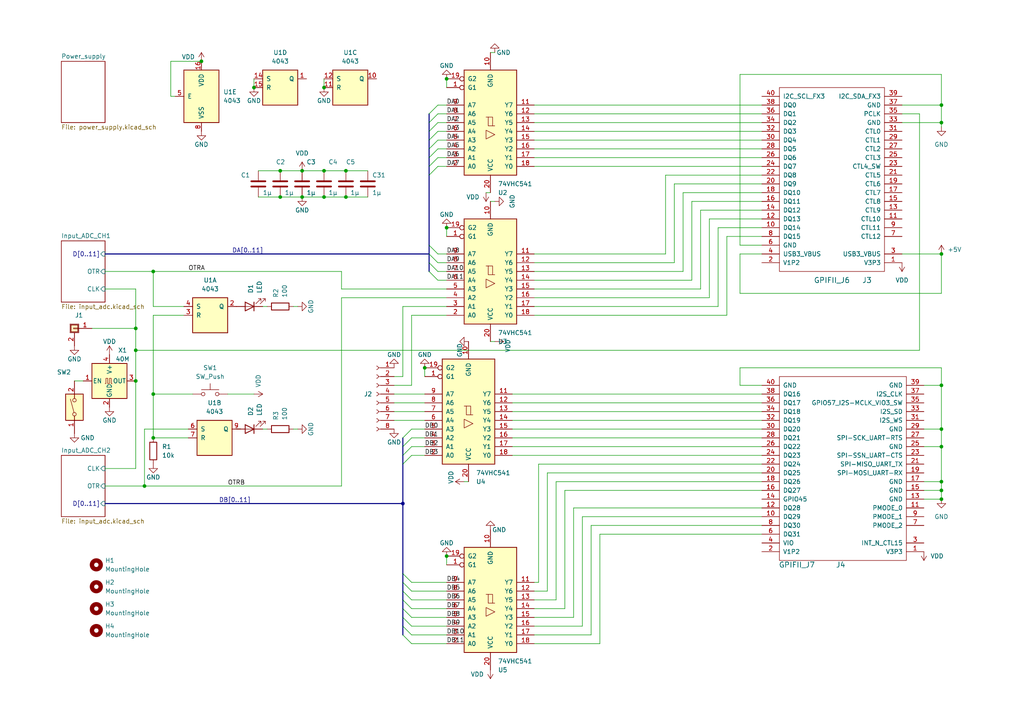
<source format=kicad_sch>
(kicad_sch (version 20230121) (generator eeschema)
  (paper "A4")
  (title_block (title "MISRC") (date "2024-01-13") (rev "0.0.6") (comment 1 "Digital Interface"))
  (lib_symbols
    (symbol "4043:4043" (pin_names (offset 1.016))
      (property "Reference" "U" (at -7.62 8.89 0))
      (property "Value" "4043" (at -7.62 -8.89 0))
      (symbol "4043_1_1"
        (rectangle (start -5.08 5.08) (end 5.08 -5.08) (stroke (width 0.254)) (fill (type background)))
        (pin output line (at 7.62 2.54 180) (length 2.54) (name "Q") (number "2"))
        (pin input line (at -7.62 0 0) (length 2.54) (name "R") (number "3"))
        (pin input line (at -7.62 2.54 0) (length 2.54) (name "S") (number "4"))
      )
      (symbol "4043_2_1"
        (rectangle (start -5.08 5.08) (end 5.08 -5.08) (stroke (width 0.254)) (fill (type background)))
        (pin input line (at -7.62 2.54 0) (length 2.54) (name "S") (number "6"))
        (pin input line (at -7.62 0 0) (length 2.54) (name "R") (number "7"))
        (pin output line (at 7.62 2.54 180) (length 2.54) (name "Q") (number "9"))
      )
      (symbol "4043_3_1"
        (rectangle (start -5.08 5.08) (end 5.08 -5.08) (stroke (width 0.254)) (fill (type background)))
        (pin output line (at 7.62 2.54 180) (length 2.54) (name "Q") (number "10"))
        (pin input line (at -7.62 0 0) (length 2.54) (name "R") (number "11"))
        (pin input line (at -7.62 2.54 0) (length 2.54) (name "S") (number "12"))
      )
      (symbol "4043_4_1"
        (rectangle (start -5.08 5.08) (end 5.08 -5.08) (stroke (width 0.254)) (fill (type background)))
        (pin output line (at 7.62 2.54 180) (length 2.54) (name "Q") (number "1"))
        (pin input line (at -7.62 2.54 0) (length 2.54) (name "S") (number "14"))
        (pin input line (at -7.62 0 0) (length 2.54) (name "R") (number "15"))
      )
      (symbol "4043_5_0"
        (pin power_in line (at 0 10.16 270) (length 2.54) (name "VDD") (number "16"))
        (pin input line (at -7.62 0 0) (length 2.54) (name "E") (number "5"))
        (pin power_in line (at 0 -10.16 90) (length 2.54) (name "VSS") (number "8"))
      )
      (symbol "4043_5_1"
        (rectangle (start -5.08 7.62) (end 5.08 -7.62) (stroke (width 0.254)) (fill (type background)))
      )
    )
    (symbol "74xx:74LS541" (pin_names (offset 1.016))
      (property "Reference" "U" (at -7.62 16.51 0))
      (property "Value" "74LS541" (at -7.62 -16.51 0))
      (symbol "74LS541_1_0"
        (polyline (pts (xy -0.635 -1.6002) (xy -0.635 0.9398) (xy 0.635 0.9398)))
        (polyline (pts (xy -1.27 -1.6002) (xy 0.635 -1.6002) (xy 0.635 0.9398) (xy 1.27 0.9398)))
        (polyline (pts (xy 1.27 3.4798) (xy -1.27 4.7498) (xy -1.27 2.2098) (xy 1.27 3.4798)) (stroke (width 0.1524)))
        (pin input inverted (at -12.7 -10.16 0) (length 5.08) (name "G1") (number "1"))
        (pin power_in line (at 0 -20.32 90) (length 5.08) (name "GND") (number "10"))
        (pin tri_state line (at 12.7 -5.08 180) (length 5.08) (name "Y7") (number "11"))
        (pin tri_state line (at 12.7 -2.54 180) (length 5.08) (name "Y6") (number "12"))
        (pin tri_state line (at 12.7 0 180) (length 5.08) (name "Y5") (number "13"))
        (pin tri_state line (at 12.7 2.54 180) (length 5.08) (name "Y4") (number "14"))
        (pin tri_state line (at 12.7 5.08 180) (length 5.08) (name "Y3") (number "15"))
        (pin tri_state line (at 12.7 7.62 180) (length 5.08) (name "Y2") (number "16"))
        (pin tri_state line (at 12.7 10.16 180) (length 5.08) (name "Y1") (number "17"))
        (pin tri_state line (at 12.7 12.7 180) (length 5.08) (name "Y0") (number "18"))
        (pin input inverted (at -12.7 -12.7 0) (length 5.08) (name "G2") (number "19"))
        (pin input line (at -12.7 12.7 0) (length 5.08) (name "A0") (number "2"))
        (pin power_in line (at 0 20.32 270) (length 5.08) (name "VCC") (number "20"))
        (pin input line (at -12.7 10.16 0) (length 5.08) (name "A1") (number "3"))
        (pin input line (at -12.7 7.62 0) (length 5.08) (name "A2") (number "4"))
        (pin input line (at -12.7 5.08 0) (length 5.08) (name "A3") (number "5"))
        (pin input line (at -12.7 2.54 0) (length 5.08) (name "A4") (number "6"))
        (pin input line (at -12.7 0 0) (length 5.08) (name "A5") (number "7"))
        (pin input line (at -12.7 -2.54 0) (length 5.08) (name "A6") (number "8"))
        (pin input line (at -12.7 -5.08 0) (length 5.08) (name "A7") (number "9"))
      )
      (symbol "74LS541_1_1"
        (rectangle (start -7.62 15.24) (end 7.62 -15.24) (stroke (width 0.254)) (fill (type background)))
      )
    )
    (symbol "Connector:Conn_01x08_Socket" (pin_names (offset 1.016) hide)
      (property "Reference" "J" (at 0 10.16 0))
      (property "Value" "Conn_01x08_Socket" (at 0 -12.7 0))
      (symbol "Conn_01x08_Socket_1_1"
        (arc (start 0 -9.652) (mid -0.5058 -10.16) (end 0 -10.668) (stroke (width 0.1524)))
        (arc (start 0 -7.112) (mid -0.5058 -7.62) (end 0 -8.128) (stroke (width 0.1524)))
        (arc (start 0 -4.572) (mid -0.5058 -5.08) (end 0 -5.588) (stroke (width 0.1524)))
        (arc (start 0 -2.032) (mid -0.5058 -2.54) (end 0 -3.048) (stroke (width 0.1524)))
        (polyline (pts (xy -1.27 -10.16) (xy -0.508 -10.16)) (stroke (width 0.1524)))
        (polyline (pts (xy -1.27 -7.62) (xy -0.508 -7.62)) (stroke (width 0.1524)))
        (polyline (pts (xy -1.27 -5.08) (xy -0.508 -5.08)) (stroke (width 0.1524)))
        (polyline (pts (xy -1.27 -2.54) (xy -0.508 -2.54)) (stroke (width 0.1524)))
        (polyline (pts (xy -1.27 0) (xy -0.508 0)) (stroke (width 0.1524)))
        (polyline (pts (xy -1.27 2.54) (xy -0.508 2.54)) (stroke (width 0.1524)))
        (polyline (pts (xy -1.27 5.08) (xy -0.508 5.08)) (stroke (width 0.1524)))
        (polyline (pts (xy -1.27 7.62) (xy -0.508 7.62)) (stroke (width 0.1524)))
        (arc (start 0 0.508) (mid -0.5058 0) (end 0 -0.508) (stroke (width 0.1524)))
        (arc (start 0 3.048) (mid -0.5058 2.54) (end 0 2.032) (stroke (width 0.1524)))
        (arc (start 0 5.588) (mid -0.5058 5.08) (end 0 4.572) (stroke (width 0.1524)))
        (arc (start 0 8.128) (mid -0.5058 7.62) (end 0 7.112) (stroke (width 0.1524)))
        (pin passive line (at -5.08 7.62 0) (length 3.81) (name "Pin_1") (number "1"))
        (pin passive line (at -5.08 5.08 0) (length 3.81) (name "Pin_2") (number "2"))
        (pin passive line (at -5.08 2.54 0) (length 3.81) (name "Pin_3") (number "3"))
        (pin passive line (at -5.08 0 0) (length 3.81) (name "Pin_4") (number "4"))
        (pin passive line (at -5.08 -2.54 0) (length 3.81) (name "Pin_5") (number "5"))
        (pin passive line (at -5.08 -5.08 0) (length 3.81) (name "Pin_6") (number "6"))
        (pin passive line (at -5.08 -7.62 0) (length 3.81) (name "Pin_7") (number "7"))
        (pin passive line (at -5.08 -10.16 0) (length 3.81) (name "Pin_8") (number "8"))
      )
    )
    (symbol "Connector_Generic_Shielded:Conn_01x01_Shielded" (pin_names (offset 1.016) hide)
      (property "Reference" "J1" (at -2.54 3.81 0))
      (symbol "Conn_01x01_Shielded_1_1"
        (rectangle (start -1.27 1.27) (end 1.27 -1.27) (stroke (width 0.1524)))
        (rectangle (start -1.016 0.127) (end 0.254 -0.127) (stroke (width 0.1524)))
        (rectangle (start -1.016 1.016) (end 1.016 -1.016) (stroke (width 0.254)) (fill (type background)))
        (pin passive line (at -5.08 0 0) (length 4.064) (name "Pin_1") (number "1"))
        (pin passive line (at 0 -5.08 90) (length 3.81) (name "Shield") (number "2"))
      )
    )
    (symbol "Device:C" (pin_numbers hide) (pin_names (offset 0.254))
      (property "Reference" "C" (at 0.635 2.54 0))
      (property "Value" "C" (at 0.635 -2.54 0))
      (symbol "C_0_1"
        (polyline (pts (xy -2.032 -0.762) (xy 2.032 -0.762)) (stroke (width 0.508)))
        (polyline (pts (xy -2.032 0.762) (xy 2.032 0.762)) (stroke (width 0.508)))
      )
      (symbol "C_1_1"
        (pin passive line (at 0 3.81 270) (length 2.794) (name "~") (number "1"))
        (pin passive line (at 0 -3.81 90) (length 2.794) (name "~") (number "2"))
      )
    )
    (symbol "Device:LED" (pin_numbers hide) (pin_names (offset 1.016) hide)
      (property "Reference" "D" (at 0 2.54 0))
      (property "Value" "LED" (at 0 -2.54 0))
      (symbol "LED_0_1"
        (polyline (pts (xy -1.27 -1.27) (xy -1.27 1.27)) (stroke (width 0.254)))
        (polyline (pts (xy -1.27 0) (xy 1.27 0)))
        (polyline (pts (xy 1.27 -1.27) (xy 1.27 1.27) (xy -1.27 0) (xy 1.27 -1.27)) (stroke (width 0.254)))
        (polyline (pts (xy -3.048 -0.762) (xy -4.572 -2.286) (xy -3.81 -2.286) (xy -4.572 -2.286) (xy -4.572 -1.524)))
        (polyline (pts (xy -1.778 -0.762) (xy -3.302 -2.286) (xy -2.54 -2.286) (xy -3.302 -2.286) (xy -3.302 -1.524)))
      )
      (symbol "LED_1_1"
        (pin passive line (at -3.81 0 0) (length 2.54) (name "K") (number "1"))
        (pin passive line (at 3.81 0 180) (length 2.54) (name "A") (number "2"))
      )
    )
    (symbol "Device:R" (pin_numbers hide) (pin_names (offset 0))
      (property "Reference" "R" (at 2.032 0 90))
      (property "Value" "R" (at 0 0 90))
      (symbol "R_0_1"
        (rectangle (start -1.016 -2.54) (end 1.016 2.54) (stroke (width 0.254)))
      )
      (symbol "R_1_1"
        (pin passive line (at 0 3.81 270) (length 1.27) (name "~") (number "1"))
        (pin passive line (at 0 -3.81 90) (length 1.27) (name "~") (number "2"))
      )
    )
    (symbol "Mechanical:MountingHole" (pin_names (offset 1.016))
      (property "Reference" "H" (at 0 5.08 0))
      (property "Value" "MountingHole" (at 0 3.175 0))
      (symbol "MountingHole_0_1"
        (circle (center 0 0) (radius 1.27) (stroke (width 1.27)))
      )
    )
    (symbol "Oscillator:XO53" (pin_names (offset 0.254))
      (property "Reference" "X" (at -5.08 6.35 0))
      (property "Value" "XO53" (at 1.27 -6.35 0))
      (symbol "XO53_0_1"
        (rectangle (start -5.08 5.08) (end 5.08 -5.08) (stroke (width 0.254)) (fill (type background)))
        (polyline (pts (xy 0.762 -0.762) (xy 0.508 -0.762) (xy 0.508 0.762) (xy 0 0.762) (xy 0 -0.762) (xy -0.508 -0.762) (xy -0.508 0.762) (xy -1.016 0.762) (xy -1.016 -0.762) (xy -1.27 -0.762)))
      )
      (symbol "XO53_1_1"
        (pin input line (at -7.62 0 0) (length 2.54) (name "EN") (number "1"))
        (pin power_in line (at 0 -7.62 90) (length 2.54) (name "GND") (number "2"))
        (pin output line (at 7.62 0 180) (length 2.54) (name "OUT") (number "3"))
        (pin power_in line (at 0 7.62 270) (length 2.54) (name "V+") (number "4"))
      )
    )
    (symbol "Switch:SW_DIP_x01" (pin_names (offset 0) hide)
      (property "Reference" "SW" (at 0 3.81 0))
      (property "Value" "SW_DIP_x01" (at 0 -3.81 0))
      (symbol "SW_DIP_x01_0_0"
        (circle (center -2.032 0) (radius 0.508))
        (polyline (pts (xy -1.524 0.127) (xy 2.3622 1.1684)))
        (circle (center 2.032 0) (radius 0.508))
      )
      (symbol "SW_DIP_x01_0_1"
        (rectangle (start -3.81 2.54) (end 3.81 -2.54) (stroke (width 0.254)) (fill (type background)))
      )
      (symbol "SW_DIP_x01_1_1"
        (pin passive line (at -7.62 0 0) (length 5.08) (name "~") (number "1"))
        (pin passive line (at 7.62 0 180) (length 5.08) (name "~") (number "2"))
      )
    )
    (symbol "Switch:SW_Push" (pin_numbers hide) (pin_names (offset 1.016) hide)
      (property "Reference" "SW" (at 1.27 2.54 0))
      (property "Value" "SW_Push" (at 0 -1.524 0))
      (symbol "SW_Push_0_1"
        (circle (center -2.032 0) (radius 0.508))
        (polyline (pts (xy 0 1.27) (xy 0 3.048)))
        (polyline (pts (xy 2.54 1.27) (xy -2.54 1.27)))
        (circle (center 2.032 0) (radius 0.508))
        (pin passive line (at -5.08 0 0) (length 2.54) (name "1") (number "1"))
        (pin passive line (at 5.08 0 180) (length 2.54) (name "2") (number "2"))
      )
    )
    (symbol "gpifii_j6:GPIFII_J6" (pin_names (offset 1.016))
      (property "Reference" "J3" (at -10.16 27.94 0))
      (property "Value" "GPIFII_J6" (at 0 27.94 0))
      (symbol "GPIFII_J6_0_1"
        (rectangle (start -15.24 25.4) (end 15.24 -27.94))
      )
      (symbol "GPIFII_J6_1_1"
        (pin power_in line (at -20.32 22.86 0) (length 5.08) (name "V3P3") (number "1"))
        (pin bidirectional line (at 20.32 12.7 180) (length 5.08) (name "DQ14") (number "10"))
        (pin bidirectional line (at -20.32 10.16 0) (length 5.08) (name "CTL10") (number "11"))
        (pin bidirectional line (at 20.32 10.16 180) (length 5.08) (name "DQ13") (number "12"))
        (pin bidirectional line (at -20.32 7.62 0) (length 5.08) (name "CTL9") (number "13"))
        (pin bidirectional line (at 20.32 7.62 180) (length 5.08) (name "DQ12") (number "14"))
        (pin bidirectional line (at -20.32 5.08 0) (length 5.08) (name "CTL8") (number "15"))
        (pin bidirectional line (at 20.32 5.08 180) (length 5.08) (name "DQ11") (number "16"))
        (pin bidirectional line (at -20.32 2.54 0) (length 5.08) (name "CTL7") (number "17"))
        (pin bidirectional line (at 20.32 2.54 180) (length 5.08) (name "DQ10") (number "18"))
        (pin bidirectional line (at -20.32 0 0) (length 5.08) (name "CTL6") (number "19"))
        (pin power_out line (at 20.32 22.86 180) (length 5.08) (name "V1P2") (number "2"))
        (pin bidirectional line (at 20.32 0 180) (length 5.08) (name "DQ9") (number "20"))
        (pin bidirectional line (at -20.32 -2.54 0) (length 5.08) (name "CTL5") (number "21"))
        (pin bidirectional line (at 20.32 -2.54 180) (length 5.08) (name "DQ8") (number "22"))
        (pin bidirectional line (at -20.32 -5.08 0) (length 5.08) (name "CTL4_SW") (number "23"))
        (pin bidirectional line (at 20.32 -5.08 180) (length 5.08) (name "DQ7") (number "24"))
        (pin bidirectional line (at -20.32 -7.62 0) (length 5.08) (name "CTL3") (number "25"))
        (pin bidirectional line (at 20.32 -7.62 180) (length 5.08) (name "DQ6") (number "26"))
        (pin bidirectional line (at -20.32 -10.16 0) (length 5.08) (name "CTL2") (number "27"))
        (pin bidirectional line (at 20.32 -10.16 180) (length 5.08) (name "DQ5") (number "28"))
        (pin bidirectional line (at -20.32 -12.7 0) (length 5.08) (name "CTL1") (number "29"))
        (pin power_in line (at -20.32 20.32 0) (length 5.08) (name "USB3_VBUS") (number "3"))
        (pin bidirectional line (at 20.32 -12.7 180) (length 5.08) (name "DQ4") (number "30"))
        (pin bidirectional line (at -20.32 -15.24 0) (length 5.08) (name "CTL0") (number "31"))
        (pin bidirectional line (at 20.32 -15.24 180) (length 5.08) (name "DQ3") (number "32"))
        (pin power_in line (at -20.32 -17.78 0) (length 5.08) (name "GND") (number "33"))
        (pin bidirectional line (at 20.32 -17.78 180) (length 5.08) (name "DQ2") (number "34"))
        (pin bidirectional line (at -20.32 -20.32 0) (length 5.08) (name "PCLK") (number "35"))
        (pin bidirectional line (at 20.32 -20.32 180) (length 5.08) (name "DQ1") (number "36"))
        (pin power_in line (at -20.32 -22.86 0) (length 5.08) (name "GND") (number "37"))
        (pin bidirectional line (at 20.32 -22.86 180) (length 5.08) (name "DQ0") (number "38"))
        (pin bidirectional line (at -20.32 -25.4 0) (length 5.08) (name "I2C_SDA_FX3") (number "39"))
        (pin power_in line (at 20.32 20.32 180) (length 5.08) (name "USB3_VBUS") (number "4"))
        (pin bidirectional line (at 20.32 -25.4 180) (length 5.08) (name "I2C_SCL_FX3") (number "40"))
        (pin power_in line (at 20.32 17.78 180) (length 5.08) (name "GND") (number "6"))
        (pin bidirectional line (at -20.32 15.24 0) (length 5.08) (name "CTL12") (number "7"))
        (pin bidirectional line (at 20.32 15.24 180) (length 5.08) (name "DQ15") (number "8"))
        (pin bidirectional line (at -20.32 12.7 0) (length 5.08) (name "CTL11") (number "9"))
      )
    )
    (symbol "gpifii_j7:GPIFII_J7" (pin_names (offset 1.016))
      (property "Reference" "J4" (at 0 26.67 0))
      (property "Value" "GPIFII_J7" (at 12.7 26.67 0))
      (symbol "GPIFII_J7_0_1"
        (rectangle (start -19.05 25.4) (end 17.78 -27.94))
      )
      (symbol "GPIFII_J7_1_1"
        (pin power_in line (at -24.13 22.86 0) (length 5.08) (name "V3P3") (number "1"))
        (pin bidirectional line (at 22.86 12.7 180) (length 5.08) (name "DQ29") (number "10"))
        (pin bidirectional line (at -24.13 10.16 0) (length 5.08) (name "PMODE_0") (number "11"))
        (pin bidirectional line (at 22.86 10.16 180) (length 5.08) (name "DQ28") (number "12"))
        (pin power_in line (at -24.13 7.62 0) (length 5.08) (name "GND") (number "13"))
        (pin bidirectional line (at 22.86 7.62 180) (length 5.08) (name "GPIO45") (number "14"))
        (pin power_in line (at -24.13 5.08 0) (length 5.08) (name "GND") (number "15"))
        (pin bidirectional line (at 22.86 5.08 180) (length 5.08) (name "DQ27") (number "16"))
        (pin power_in line (at -24.13 2.54 0) (length 5.08) (name "GND") (number "17"))
        (pin bidirectional line (at 22.86 2.54 180) (length 5.08) (name "DQ26") (number "18"))
        (pin bidirectional line (at -24.13 0 0) (length 5.08) (name "SPI-MOSI_UART-RX") (number "19"))
        (pin power_in line (at 22.86 22.86 180) (length 5.08) (name "V1P2") (number "2"))
        (pin bidirectional line (at 22.86 0 180) (length 5.08) (name "DQ25") (number "20"))
        (pin bidirectional line (at -24.13 -2.54 0) (length 5.08) (name "SPI-MISO_UART_TX") (number "21"))
        (pin bidirectional line (at 22.86 -2.54 180) (length 5.08) (name "DQ24") (number "22"))
        (pin bidirectional line (at -24.13 -5.08 0) (length 5.08) (name "SPI-SSN_UART-CTS") (number "23"))
        (pin bidirectional line (at 22.86 -5.08 180) (length 5.08) (name "DQ23") (number "24"))
        (pin power_in line (at -24.13 -7.62 0) (length 5.08) (name "GND") (number "25"))
        (pin bidirectional line (at 22.86 -7.62 180) (length 5.08) (name "DQ22") (number "26"))
        (pin bidirectional line (at -24.13 -10.16 0) (length 5.08) (name "SPI-SCK_UART-RTS") (number "27"))
        (pin bidirectional line (at 22.86 -10.16 180) (length 5.08) (name "DQ21") (number "28"))
        (pin power_in line (at -24.13 -12.7 0) (length 5.08) (name "GND") (number "29"))
        (pin bidirectional line (at -24.13 20.32 0) (length 5.08) (name "INT_N_CTL15") (number "3"))
        (pin bidirectional line (at 22.86 -12.7 180) (length 5.08) (name "DQ20") (number "30"))
        (pin bidirectional line (at -24.13 -15.24 0) (length 5.08) (name "I2S_WS") (number "31"))
        (pin bidirectional line (at 22.86 -15.24 180) (length 5.08) (name "DQ19") (number "32"))
        (pin bidirectional line (at -24.13 -17.78 0) (length 5.08) (name "I2S_SD") (number "33"))
        (pin bidirectional line (at 22.86 -17.78 180) (length 5.08) (name "DQ18") (number "34"))
        (pin bidirectional line (at -24.13 -20.32 0) (length 5.08) (name "GPIO57_I2S-MCLK_VIO3_SW") (number "35"))
        (pin bidirectional line (at 22.86 -20.32 180) (length 5.08) (name "DQ17") (number "36"))
        (pin bidirectional line (at -24.13 -22.86 0) (length 5.08) (name "I2S_CLK") (number "37"))
        (pin bidirectional line (at 22.86 -22.86 180) (length 5.08) (name "DQ16") (number "38"))
        (pin power_in line (at -24.13 -25.4 0) (length 5.08) (name "GND") (number "39"))
        (pin power_out line (at 22.86 20.32 180) (length 5.08) (name "VIO") (number "4"))
        (pin power_in line (at 22.86 -25.4 180) (length 5.08) (name "GND") (number "40"))
        (pin bidirectional line (at 22.86 17.78 180) (length 5.08) (name "DQ31") (number "6"))
        (pin bidirectional line (at -24.13 15.24 0) (length 5.08) (name "PMODE_2") (number "7"))
        (pin bidirectional line (at 22.86 15.24 180) (length 5.08) (name "DQ30") (number "8"))
        (pin bidirectional line (at -24.13 12.7 0) (length 5.08) (name "PMODE_1") (number "9"))
      )
    )
    (symbol "power:+5V" (power) (pin_names (offset 0))
      (property "Value" "+5V" (at 0 3.556 0))
      (symbol "+5V_0_1"
        (polyline (pts (xy -0.762 1.27) (xy 0 2.54)))
        (polyline (pts (xy 0 0) (xy 0 2.54)))
        (polyline (pts (xy 0 2.54) (xy 0.762 1.27)))
      )
      (symbol "+5V_1_1"
        (pin power_in line (at 0 0 90) (length 0) hide (name "+5V") (number "1"))
      )
    )
    (symbol "power:GND" (power) (pin_names (offset 0))
      (property "Value" "GND" (at 0 -3.81 0))
      (symbol "GND_0_1"
        (polyline (pts (xy 0 0) (xy 0 -1.27) (xy 1.27 -1.27) (xy 0 -2.54) (xy -1.27 -1.27) (xy 0 -1.27)))
      )
      (symbol "GND_1_1"
        (pin power_in line (at 0 0 270) (length 0) hide (name "GND") (number "1"))
      )
    )
    (symbol "power:VDD" (power) (pin_names (offset 0))
      (property "Value" "VDD" (at 0 3.81 0))
      (symbol "VDD_0_1"
        (polyline (pts (xy -0.762 1.27) (xy 0 2.54)))
        (polyline (pts (xy 0 0) (xy 0 2.54)))
        (polyline (pts (xy 0 2.54) (xy 0.762 1.27)))
      )
      (symbol "VDD_1_1"
        (pin power_in line (at 0 0 90) (length 0) hide (name "VDD") (number "1"))
      )
    )
  )
  (junction (at 44.45 78.74))
  (junction (at 273.05 111.76))
  (junction (at 39.37 101.6))
  (junction (at 87.63 57.15))
  (junction (at 81.28 49.53))
  (junction (at 100.33 57.15))
  (junction (at 129.54 161.29))
  (junction (at 93.98 57.15))
  (junction (at 273.05 144.78))
  (junction (at 39.37 110.49))
  (junction (at 73.66 25.4))
  (junction (at 123.19 106.68))
  (junction (at 58.42 17.78))
  (junction (at 100.33 49.53))
  (junction (at 116.84 146.05))
  (junction (at 129.54 22.86))
  (junction (at 273.05 35.56))
  (junction (at 44.45 127))
  (junction (at 39.37 95.25))
  (junction (at 129.54 66.04))
  (junction (at 273.05 129.54))
  (junction (at 93.98 49.53))
  (junction (at 273.05 30.48))
  (junction (at 87.63 49.53))
  (junction (at 93.98 25.4))
  (junction (at 44.45 114.3))
  (junction (at 81.28 57.15))
  (junction (at 273.05 142.24))
  (junction (at 273.05 139.7))
  (junction (at 41.91 140.97))
  (junction (at 273.05 73.66))
  (junction (at 273.05 124.46))
  (bus_entry (at 124.46 43.18) (size 2.54 -2.54))
  (bus_entry (at 116.84 134.62) (size 2.54 -2.54))
  (bus_entry (at 116.84 132.08) (size 2.54 -2.54))
  (bus_entry (at 116.84 171.45) (size 2.54 2.54))
  (bus_entry (at 124.46 50.8) (size 2.54 -2.54))
  (bus_entry (at 116.84 129.54) (size 2.54 -2.54))
  (bus_entry (at 124.46 73.66) (size 2.54 2.54))
  (bus_entry (at 116.84 176.53) (size 2.54 2.54))
  (bus_entry (at 116.84 184.15) (size 2.54 2.54))
  (bus_entry (at 124.46 38.1) (size 2.54 -2.54))
  (bus_entry (at 124.46 78.74) (size 2.54 2.54))
  (bus_entry (at 124.46 35.56) (size 2.54 -2.54))
  (bus_entry (at 124.46 71.12) (size 2.54 2.54))
  (bus_entry (at 116.84 179.07) (size 2.54 2.54))
  (bus_entry (at 124.46 48.26) (size 2.54 -2.54))
  (bus_entry (at 116.84 166.37) (size 2.54 2.54))
  (bus_entry (at 116.84 168.91) (size 2.54 2.54))
  (bus_entry (at 124.46 33.02) (size 2.54 -2.54))
  (bus_entry (at 116.84 173.99) (size 2.54 2.54))
  (bus_entry (at 124.46 45.72) (size 2.54 -2.54))
  (bus_entry (at 116.84 127) (size 2.54 -2.54))
  (bus_entry (at 124.46 40.64) (size 2.54 -2.54))
  (bus_entry (at 116.84 181.61) (size 2.54 2.54))
  (bus_entry (at 124.46 76.2) (size 2.54 2.54))
  (wire (pts (xy 195.58 53.34) (xy 195.58 76.2)))
  (wire (pts (xy 220.98 147.32) (xy 166.37 147.32)))
  (wire (pts (xy 203.2 60.96) (xy 220.98 60.96)))
  (wire (pts (xy 127 73.66) (xy 129.54 73.66)))
  (wire (pts (xy 116.84 88.9) (xy 116.84 109.22)))
  (wire (pts (xy 148.59 119.38) (xy 220.98 119.38)))
  (wire (pts (xy 273.05 111.76) (xy 267.97 111.76)))
  (wire (pts (xy 87.63 57.15) (xy 93.98 57.15)))
  (wire (pts (xy 73.66 22.86) (xy 73.66 25.4)))
  (wire (pts (xy 143.51 58.42) (xy 142.24 58.42)))
  (bus (pts (xy 116.84 173.99) (xy 116.84 176.53)))
  (wire (pts (xy 171.45 152.4) (xy 171.45 184.15)))
  (bus (pts (xy 124.46 38.1) (xy 124.46 40.64)))
  (wire (pts (xy 203.2 60.96) (xy 203.2 83.82)))
  (wire (pts (xy 129.54 163.83) (xy 129.54 161.29)))
  (wire (pts (xy 116.84 109.22) (xy 114.3 109.22)))
  (wire (pts (xy 154.94 176.53) (xy 163.83 176.53)))
  (bus (pts (xy 116.84 179.07) (xy 116.84 181.61)))
  (wire (pts (xy 39.37 95.25) (xy 39.37 101.6)))
  (wire (pts (xy 261.62 30.48) (xy 273.05 30.48)))
  (wire (pts (xy 161.29 139.7) (xy 161.29 173.99)))
  (wire (pts (xy 116.84 88.9) (xy 129.54 88.9)))
  (wire (pts (xy 261.62 33.02) (xy 266.7 33.02)))
  (wire (pts (xy 127 40.64) (xy 129.54 40.64)))
  (wire (pts (xy 154.94 88.9) (xy 208.28 88.9)))
  (wire (pts (xy 114.3 114.3) (xy 123.19 114.3)))
  (wire (pts (xy 114.3 111.76) (xy 119.38 111.76)))
  (wire (pts (xy 273.05 129.54) (xy 273.05 124.46)))
  (wire (pts (xy 154.94 73.66) (xy 193.04 73.66)))
  (wire (pts (xy 30.48 140.97) (xy 41.91 140.97)))
  (bus (pts (xy 124.46 43.18) (xy 124.46 45.72)))
  (wire (pts (xy 119.38 176.53) (xy 129.54 176.53)))
  (wire (pts (xy 54.61 124.46) (xy 41.91 124.46)))
  (wire (pts (xy 154.94 83.82) (xy 203.2 83.82)))
  (wire (pts (xy 119.38 129.54) (xy 123.19 129.54)))
  (bus (pts (xy 116.84 129.54) (xy 116.84 132.08)))
  (wire (pts (xy 114.3 121.92) (xy 123.19 121.92)))
  (wire (pts (xy 140.97 55.88) (xy 142.24 55.88)))
  (wire (pts (xy 85.09 88.9) (xy 86.36 88.9)))
  (wire (pts (xy 76.2 88.9) (xy 77.47 88.9)))
  (wire (pts (xy 39.37 101.6) (xy 39.37 110.49)))
  (wire (pts (xy 100.33 57.15) (xy 106.68 57.15)))
  (wire (pts (xy 66.04 114.3) (xy 73.66 114.3)))
  (wire (pts (xy 129.54 25.4) (xy 129.54 22.86)))
  (wire (pts (xy 87.63 49.53) (xy 93.98 49.53)))
  (wire (pts (xy 154.94 38.1) (xy 220.98 38.1)))
  (wire (pts (xy 41.91 140.97) (xy 99.06 140.97)))
  (wire (pts (xy 154.94 45.72) (xy 220.98 45.72)))
  (wire (pts (xy 127 81.28) (xy 129.54 81.28)))
  (wire (pts (xy 99.06 83.82) (xy 99.06 78.74)))
  (wire (pts (xy 44.45 78.74) (xy 44.45 88.9)))
  (wire (pts (xy 154.94 181.61) (xy 168.91 181.61)))
  (wire (pts (xy 69.85 124.46) (xy 68.58 124.46)))
  (wire (pts (xy 161.29 139.7) (xy 220.98 139.7)))
  (wire (pts (xy 30.48 78.74) (xy 44.45 78.74)))
  (bus (pts (xy 116.84 127) (xy 116.84 129.54)))
  (wire (pts (xy 119.38 171.45) (xy 129.54 171.45)))
  (wire (pts (xy 127 45.72) (xy 129.54 45.72)))
  (wire (pts (xy 273.05 35.56) (xy 273.05 30.48)))
  (wire (pts (xy 154.94 91.44) (xy 210.82 91.44)))
  (wire (pts (xy 154.94 48.26) (xy 220.98 48.26)))
  (bus (pts (xy 116.84 134.62) (xy 116.84 146.05)))
  (wire (pts (xy 74.93 49.53) (xy 81.28 49.53)))
  (wire (pts (xy 214.63 73.66) (xy 220.98 73.66)))
  (wire (pts (xy 173.99 154.94) (xy 173.99 186.69)))
  (wire (pts (xy 49.53 17.78) (xy 58.42 17.78)))
  (wire (pts (xy 273.05 111.76) (xy 273.05 106.68)))
  (wire (pts (xy 214.63 71.12) (xy 220.98 71.12)))
  (wire (pts (xy 30.48 83.82) (xy 39.37 83.82)))
  (wire (pts (xy 158.75 137.16) (xy 158.75 171.45)))
  (wire (pts (xy 119.38 181.61) (xy 129.54 181.61)))
  (bus (pts (xy 124.46 71.12) (xy 124.46 73.66)))
  (wire (pts (xy 163.83 142.24) (xy 220.98 142.24)))
  (wire (pts (xy 214.63 85.09) (xy 214.63 73.66)))
  (wire (pts (xy 200.66 58.42) (xy 200.66 81.28)))
  (bus (pts (xy 116.84 168.91) (xy 116.84 171.45)))
  (wire (pts (xy 142.24 99.06) (xy 143.51 99.06)))
  (wire (pts (xy 210.82 68.58) (xy 220.98 68.58)))
  (wire (pts (xy 210.82 68.58) (xy 210.82 91.44)))
  (wire (pts (xy 195.58 53.34) (xy 220.98 53.34)))
  (wire (pts (xy 81.28 49.53) (xy 87.63 49.53)))
  (wire (pts (xy 156.21 168.91) (xy 154.94 168.91)))
  (wire (pts (xy 214.63 111.76) (xy 220.98 111.76)))
  (wire (pts (xy 148.59 116.84) (xy 220.98 116.84)))
  (wire (pts (xy 119.38 186.69) (xy 129.54 186.69)))
  (wire (pts (xy 99.06 140.97) (xy 99.06 86.36)))
  (wire (pts (xy 267.97 144.78) (xy 273.05 144.78)))
  (wire (pts (xy 154.94 30.48) (xy 220.98 30.48)))
  (wire (pts (xy 154.94 43.18) (xy 220.98 43.18)))
  (bus (pts (xy 116.84 132.08) (xy 116.84 134.62)))
  (wire (pts (xy 26.67 95.25) (xy 39.37 95.25)))
  (wire (pts (xy 148.59 129.54) (xy 220.98 129.54)))
  (wire (pts (xy 261.62 35.56) (xy 273.05 35.56)))
  (wire (pts (xy 200.66 58.42) (xy 220.98 58.42)))
  (wire (pts (xy 93.98 57.15) (xy 100.33 57.15)))
  (wire (pts (xy 154.94 35.56) (xy 220.98 35.56)))
  (wire (pts (xy 93.98 49.53) (xy 100.33 49.53)))
  (wire (pts (xy 220.98 152.4) (xy 171.45 152.4)))
  (wire (pts (xy 119.38 173.99) (xy 129.54 173.99)))
  (wire (pts (xy 148.59 127) (xy 220.98 127)))
  (wire (pts (xy 44.45 91.44) (xy 53.34 91.44)))
  (wire (pts (xy 44.45 114.3) (xy 55.88 114.3)))
  (wire (pts (xy 154.94 33.02) (xy 220.98 33.02)))
  (wire (pts (xy 76.2 124.46) (xy 77.47 124.46)))
  (wire (pts (xy 119.38 132.08) (xy 123.19 132.08)))
  (wire (pts (xy 193.04 50.8) (xy 220.98 50.8)))
  (wire (pts (xy 154.94 173.99) (xy 161.29 173.99)))
  (wire (pts (xy 273.05 139.7) (xy 267.97 139.7)))
  (wire (pts (xy 148.59 124.46) (xy 220.98 124.46)))
  (bus (pts (xy 116.84 171.45) (xy 116.84 173.99)))
  (bus (pts (xy 124.46 50.8) (xy 124.46 71.12)))
  (bus (pts (xy 116.84 181.61) (xy 116.84 184.15)))
  (bus (pts (xy 30.48 73.66) (xy 124.46 73.66)))
  (wire (pts (xy 266.7 33.02) (xy 266.7 101.6)))
  (wire (pts (xy 127 78.74) (xy 129.54 78.74)))
  (wire (pts (xy 154.94 78.74) (xy 198.12 78.74)))
  (wire (pts (xy 154.94 76.2) (xy 195.58 76.2)))
  (wire (pts (xy 163.83 142.24) (xy 163.83 176.53)))
  (wire (pts (xy 100.33 49.53) (xy 106.68 49.53)))
  (wire (pts (xy 193.04 50.8) (xy 193.04 73.66)))
  (wire (pts (xy 99.06 86.36) (xy 129.54 86.36)))
  (wire (pts (xy 143.51 15.24) (xy 142.24 15.24)))
  (bus (pts (xy 124.46 40.64) (xy 124.46 43.18)))
  (wire (pts (xy 273.05 21.59) (xy 273.05 30.48)))
  (bus (pts (xy 116.84 166.37) (xy 116.84 168.91)))
  (wire (pts (xy 205.74 63.5) (xy 220.98 63.5)))
  (wire (pts (xy 127 76.2) (xy 129.54 76.2)))
  (bus (pts (xy 116.84 176.53) (xy 116.84 179.07)))
  (wire (pts (xy 39.37 83.82) (xy 39.37 95.25)))
  (wire (pts (xy 154.94 184.15) (xy 171.45 184.15)))
  (wire (pts (xy 220.98 149.86) (xy 168.91 149.86)))
  (wire (pts (xy 198.12 55.88) (xy 198.12 78.74)))
  (wire (pts (xy 208.28 66.04) (xy 208.28 88.9)))
  (wire (pts (xy 148.59 114.3) (xy 220.98 114.3)))
  (wire (pts (xy 81.28 57.15) (xy 87.63 57.15)))
  (bus (pts (xy 30.48 146.05) (xy 116.84 146.05)))
  (wire (pts (xy 148.59 121.92) (xy 220.98 121.92)))
  (wire (pts (xy 205.74 63.5) (xy 205.74 86.36)))
  (wire (pts (xy 220.98 66.04) (xy 208.28 66.04)))
  (wire (pts (xy 156.21 134.62) (xy 220.98 134.62)))
  (wire (pts (xy 214.63 21.59) (xy 273.05 21.59)))
  (wire (pts (xy 114.3 119.38) (xy 123.19 119.38)))
  (wire (pts (xy 166.37 147.32) (xy 166.37 179.07)))
  (wire (pts (xy 273.05 73.66) (xy 273.05 85.09)))
  (wire (pts (xy 127 35.56) (xy 129.54 35.56)))
  (wire (pts (xy 273.05 142.24) (xy 267.97 142.24)))
  (wire (pts (xy 127 30.48) (xy 129.54 30.48)))
  (bus (pts (xy 124.46 35.56) (xy 124.46 38.1)))
  (wire (pts (xy 119.38 91.44) (xy 129.54 91.44)))
  (wire (pts (xy 273.05 124.46) (xy 273.05 111.76)))
  (wire (pts (xy 93.98 22.86) (xy 93.98 25.4)))
  (wire (pts (xy 273.05 144.78) (xy 273.05 142.24)))
  (wire (pts (xy 154.94 186.69) (xy 173.99 186.69)))
  (wire (pts (xy 119.38 111.76) (xy 119.38 91.44)))
  (wire (pts (xy 74.93 57.15) (xy 81.28 57.15)))
  (wire (pts (xy 198.12 55.88) (xy 220.98 55.88)))
  (wire (pts (xy 154.94 81.28) (xy 200.66 81.28)))
  (wire (pts (xy 148.59 132.08) (xy 220.98 132.08)))
  (wire (pts (xy 154.94 40.64) (xy 220.98 40.64)))
  (wire (pts (xy 168.91 149.86) (xy 168.91 181.61)))
  (wire (pts (xy 39.37 135.89) (xy 30.48 135.89)))
  (bus (pts (xy 116.84 146.05) (xy 116.84 166.37)))
  (wire (pts (xy 21.59 110.49) (xy 24.13 110.49)))
  (wire (pts (xy 50.8 27.94) (xy 49.53 27.94)))
  (wire (pts (xy 41.91 124.46) (xy 41.91 140.97)))
  (wire (pts (xy 44.45 114.3) (xy 44.45 91.44)))
  (wire (pts (xy 49.53 27.94) (xy 49.53 17.78)))
  (wire (pts (xy 119.38 179.07) (xy 129.54 179.07)))
  (wire (pts (xy 214.63 85.09) (xy 273.05 85.09)))
  (wire (pts (xy 44.45 127) (xy 44.45 114.3)))
  (wire (pts (xy 39.37 110.49) (xy 39.37 135.89)))
  (wire (pts (xy 154.94 86.36) (xy 205.74 86.36)))
  (wire (pts (xy 273.05 36.83) (xy 273.05 35.56)))
  (wire (pts (xy 119.38 124.46) (xy 123.19 124.46)))
  (wire (pts (xy 273.05 142.24) (xy 273.05 139.7)))
  (bus (pts (xy 124.46 48.26) (xy 124.46 50.8)))
  (wire (pts (xy 127 33.02) (xy 129.54 33.02)))
  (wire (pts (xy 85.09 124.46) (xy 86.36 124.46)))
  (wire (pts (xy 261.62 73.66) (xy 273.05 73.66)))
  (wire (pts (xy 214.63 106.68) (xy 273.05 106.68)))
  (wire (pts (xy 134.62 139.7) (xy 135.89 139.7)))
  (wire (pts (xy 158.75 137.16) (xy 220.98 137.16)))
  (wire (pts (xy 119.38 127) (xy 123.19 127)))
  (wire (pts (xy 129.54 83.82) (xy 99.06 83.82)))
  (wire (pts (xy 129.54 68.58) (xy 129.54 66.04)))
  (wire (pts (xy 154.94 171.45) (xy 158.75 171.45)))
  (wire (pts (xy 173.99 154.94) (xy 220.98 154.94)))
  (wire (pts (xy 123.19 109.22) (xy 123.19 106.68)))
  (wire (pts (xy 44.45 88.9) (xy 53.34 88.9)))
  (wire (pts (xy 273.05 129.54) (xy 267.97 129.54)))
  (wire (pts (xy 119.38 168.91) (xy 129.54 168.91)))
  (wire (pts (xy 127 43.18) (xy 129.54 43.18)))
  (wire (pts (xy 127 38.1) (xy 129.54 38.1)))
  (wire (pts (xy 154.94 179.07) (xy 166.37 179.07)))
  (bus (pts (xy 124.46 33.02) (xy 124.46 35.56)))
  (wire (pts (xy 114.3 116.84) (xy 123.19 116.84)))
  (wire (pts (xy 156.21 134.62) (xy 156.21 168.91)))
  (wire (pts (xy 273.05 139.7) (xy 273.05 129.54)))
  (bus (pts (xy 124.46 73.66) (xy 124.46 76.2)))
  (bus (pts (xy 124.46 76.2) (xy 124.46 78.74)))
  (bus (pts (xy 124.46 45.72) (xy 124.46 48.26)))
  (wire (pts (xy 214.63 21.59) (xy 214.63 71.12)))
  (wire (pts (xy 273.05 124.46) (xy 267.97 124.46)))
  (wire (pts (xy 54.61 127) (xy 44.45 127)))
  (wire (pts (xy 127 48.26) (xy 129.54 48.26)))
  (wire (pts (xy 39.37 101.6) (xy 266.7 101.6)))
  (wire (pts (xy 214.63 106.68) (xy 214.63 111.76)))
  (wire (pts (xy 119.38 184.15) (xy 129.54 184.15)))
  (wire (pts (xy 44.45 78.74) (xy 99.06 78.74)))
  (label "DA1" (at 129.54 33.02 0))
  (label "DA9" (at 129.54 76.2 0))
  (label "DB10" (at 129.54 184.15 0))
  (label "DB[0..11]" (at 63.5 146.05 0))
  (label "DA8" (at 129.54 73.66 0))
  (label "DA5" (at 129.54 43.18 0))
  (label "DB6" (at 129.54 173.99 0))
  (label "DA2" (at 129.54 35.56 0))
  (label "DA6" (at 129.54 45.72 0))
  (label "DB3" (at 123.19 132.08 0))
  (label "DA3" (at 129.54 38.1 0))
  (label "OTRB" (at 66.04 140.97 0))
  (label "DB2" (at 123.19 129.54 0))
  (label "DA4" (at 129.54 40.64 0))
  (label "DB1" (at 123.19 127 0))
  (label "DB0" (at 123.19 124.46 0))
  (label "DB9" (at 129.54 181.61 0))
  (label "DA0" (at 129.54 30.48 0))
  (label "DB11" (at 129.54 186.69 0))
  (label "DA7" (at 129.54 48.26 0))
  (label "DA[0..11]" (at 67.31 73.66 0))
  (label "DB7" (at 129.54 176.53 0))
  (label "OTRA" (at 54.61 78.74 0))
  (label "DB8" (at 129.54 179.07 0))
  (label "DB5" (at 129.54 171.45 0))
  (label "DA11" (at 129.54 81.28 0))
  (label "DB4" (at 129.54 168.91 0))
  (label "DA10" (at 129.54 78.74 0))
  (symbol (lib_id "Device:C") (at 93.98 53.34 0) (unit 1)
    (property "Reference" "C4" (at 95.25 46.99 0) (effects (justify left)))
    (property "Value" "1µ" (at 95.25 55.88 0) (effects (justify left)))
    (property "Footprint" "Capacitor_SMD:C_0805_2012Metric" (effects hide))
  )
  (symbol (lib_id "Device:C") (at 81.28 53.34 0) (unit 1)
    (property "Reference" "C2" (at 80.01 46.99 0) (effects (justify left)))
    (property "Value" "1µ" (at 82.55 55.88 0) (effects (justify left)))
    (property "Footprint" "Capacitor_SMD:C_0805_2012Metric" (effects hide))
  )
  (symbol (lib_id "power:VDD") (at 31.75 102.87 0) (unit 1)
    (property "Reference" "#PWR0251" (effects hide))
    (property "Value" "VDD" (at 31.75 99.06 0))
  )
  (symbol (lib_id "power:GND") (at 135.89 99.06 270) (mirror x) (unit 1)
    (property "Reference" "#PWR017" (effects hide))
    (property "Value" "GND" (at 133.35 101.6 0))
  )
  (symbol (lib_id "74xx:74LS541") (at 135.89 119.38 0) (mirror x) (unit 1)
    (property "Reference" "U4" (at 138.0841 139.7 0) (effects (justify left)))
    (property "Value" "74VHC541" (at 138.0841 137.16 0) (effects (justify left)))
    (property "Footprint" "Package_SO:SOIC-20W_7.5x12.8mm_P1.27mm" (effects hide))
    (property "Datasheet" "http://www.ti.com/lit/gpn/sn74LS541" (effects hide))
  )
  (symbol (lib_id "power:VDD") (at 140.97 55.88 0) (mirror x) (unit 1)
    (property "Reference" "#PWR016" (effects hide))
    (property "Value" "VDD" (at 137.16 57.15 0))
  )
  (symbol (lib_id "power:GND") (at 58.42 38.1 0) (unit 1)
    (property "Reference" "#PWR04" (effects hide))
    (property "Value" "GND" (at 58.42 41.91 0))
  )
  (symbol (lib_id "Mechanical:MountingHole") (at 27.94 163.83 0) (unit 1)
    (property "Reference" "H1" (at 30.48 162.56 0) (effects (justify left)))
    (property "Value" "MountingHole" (at 30.48 165.1 0) (effects (justify left)))
    (property "Footprint" "MountingHole:MountingHole_3.2mm_M3" (effects hide))
  )
  (symbol (lib_id "Oscillator:XO53") (at 31.75 110.49 0) (unit 1)
    (property "Reference" "X1" (at 35.56 101.6 0))
    (property "Value" "40M" (at 35.56 104.14 0))
    (property "Footprint" "Oscillator:Oscillator_SMD_EuroQuartz_XO53-4Pin_5.0x3.2mm" (effects hide))
    (property "Datasheet" "http://cdn-reichelt.de/documents/datenblatt/B400/XO53.pdf" (effects hide))
  )
  (symbol (lib_id "power:GND") (at 21.59 100.33 0) (unit 1)
    (property "Reference" "#PWR01" (effects hide))
    (property "Value" "GND" (at 21.59 104.14 0))
  )
  (symbol (lib_id "4043:4043") (at 60.96 91.44 0) (unit 1)
    (property "Reference" "U1" (at 60.96 81.28 0))
    (property "Value" "4043" (at 60.96 83.82 0))
    (property "Footprint" "Package_SO:SO-16_3.9x9.9mm_P1.27mm" (effects hide))
    (property "Datasheet" "http://www.onsemi.com/pub/Collateral/MC14043B-D.PDF" (effects hide))
  )
  (symbol (lib_id "power:GND") (at 123.19 106.68 0) (mirror x) (unit 1)
    (property "Reference" "#PWR012" (effects hide))
    (property "Value" "GND" (at 123.19 102.87 0))
  )
  (symbol (lib_id "4043:4043") (at 62.23 127 0) (unit 2)
    (property "Reference" "U1" (at 62.23 116.84 0))
    (property "Value" "4043" (at 62.23 119.38 0))
    (property "Footprint" "Package_SO:SO-16_3.9x9.9mm_P1.27mm" (effects hide))
    (property "Datasheet" "http://www.onsemi.com/pub/Collateral/MC14043B-D.PDF" (effects hide))
  )
  (symbol (lib_id "Device:C") (at 100.33 53.34 0) (unit 1)
    (property "Reference" "C5" (at 100.33 46.99 0) (effects (justify left)))
    (property "Value" "1µ" (at 101.6 55.88 0) (effects (justify left)))
    (property "Footprint" "Capacitor_SMD:C_0805_2012Metric" (effects hide))
  )
  (symbol (lib_id "power:VDD") (at 267.97 160.02 180) (unit 1)
    (property "Reference" "#PWR023" (effects hide))
    (property "Value" "VDD" (at 271.78 161.29 0))
  )
  (symbol (lib_id "Switch:SW_Push") (at 60.96 114.3 0) (unit 1)
    (property "Reference" "SW1" (at 60.96 106.68 0))
    (property "Value" "SW_Push" (at 60.96 109.22 0))
    (property "Footprint" "Button_Switch_SMD:SW_SPST_EVQP0" (effects hide))
  )
  (symbol (lib_id "power:GND") (at 31.75 118.11 0) (unit 1)
    (property "Reference" "#PWR0250" (effects hide))
    (property "Value" "GND" (at 31.75 121.92 0))
  )
  (symbol (lib_id "power:GND") (at 273.05 36.83 0) (unit 1)
    (property "Reference" "#PWR024" (effects hide))
    (property "Value" "GND" (at 273.05 41.91 0))
  )
  (symbol (lib_id "Mechanical:MountingHole") (at 27.94 170.18 0) (unit 1)
    (property "Reference" "H2" (at 30.48 168.91 0) (effects (justify left)))
    (property "Value" "MountingHole" (at 30.48 171.45 0) (effects (justify left)))
    (property "Footprint" "MountingHole:MountingHole_3.2mm_M3" (effects hide))
  )
  (symbol (lib_id "power:VDD") (at 261.62 76.2 180) (unit 1)
    (property "Reference" "#PWR022" (effects hide))
    (property "Value" "VDD" (at 261.62 81.28 0))
  )
  (symbol (lib_id "power:GND") (at 44.45 134.62 0) (unit 1)
    (property "Reference" "#PWR02" (effects hide))
    (property "Value" "GND" (at 44.45 138.43 0))
  )
  (symbol (lib_id "power:GND") (at 114.3 106.68 180) (unit 1)
    (property "Reference" "#PWR0236" (effects hide))
    (property "Value" "GND" (at 114.3 102.87 0))
  )
  (symbol (lib_id "power:VDD") (at 87.63 49.53 0) (unit 1)
    (property "Reference" "#PWR08" (effects hide))
    (property "Value" "VDD" (at 87.63 44.45 0))
  )
  (symbol (lib_id "power:GND") (at 86.36 124.46 90) (unit 1)
    (property "Reference" "#PWR07" (effects hide))
    (property "Value" "GND" (at 90.17 124.46 0))
  )
  (symbol (lib_id "power:VDD") (at 143.51 99.06 270) (mirror x) (unit 1)
    (property "Reference" "#PWR014" (effects hide))
    (property "Value" "VDD" (at 147.32 100.33 0))
  )
  (symbol (lib_id "Mechanical:MountingHole") (at 27.94 182.88 0) (unit 1)
    (property "Reference" "H4" (at 30.48 181.61 0) (effects (justify left)))
    (property "Value" "MountingHole" (at 30.48 184.15 0) (effects (justify left)))
    (property "Footprint" "MountingHole:MountingHole_3.2mm_M3" (effects hide))
  )
  (symbol (lib_id "power:VDD") (at 134.62 139.7 90) (mirror x) (unit 1)
    (property "Reference" "#PWR015" (effects hide))
    (property "Value" "VDD" (at 130.81 138.43 0))
  )
  (symbol (lib_id "gpifii_j6:GPIFII_J6") (at 241.3 53.34 180) (unit 1)
    (property "Reference" "J3" (at 251.46 81.28 0) (effects (font (size 1.524 1.524))))
    (property "Value" "GPIFII_J6" (at 241.3 81.28 0) (effects (font (size 1.524 1.524))))
    (property "Footprint" "Connector_PinHeader_2.54mm:PinHeader_2x20_P2.54mm_Vertical" (effects hide))
  )
  (symbol (lib_id "power:GND") (at 93.98 25.4 0) (unit 1)
    (property "Reference" "#PWR0238" (effects hide))
    (property "Value" "GND" (at 93.98 29.21 0))
  )
  (symbol (lib_id "Switch:SW_DIP_x01") (at 21.59 118.11 90) (unit 1)
    (property "Reference" "SW2" (at 16.51 107.95 90) (effects (justify right)))
    (property "Value" "SW_DIP_x01" (effects hide))
    (property "Footprint" "Button_Switch_SMD:SW_DIP_SPSTx01_Slide_6.7x4.1mm_W8.61mm_P2.54mm_LowProfile" (effects hide))
  )
  (symbol (lib_id "power:GND") (at 143.51 58.42 90) (mirror x) (unit 1)
    (property "Reference" "#PWR021" (effects hide))
    (property "Value" "GND" (at 148.59 58.42 0))
  )
  (symbol (lib_id "gpifii_j7:GPIFII_J7") (at 243.84 137.16 180) (unit 1)
    (property "Reference" "J4" (at 243.84 163.83 0) (effects (font (size 1.524 1.524))))
    (property "Value" "GPIFII_J7" (at 231.14 163.83 0) (effects (font (size 1.524 1.524))))
    (property "Footprint" "Connector_PinHeader_2.54mm:PinHeader_2x20_P2.54mm_Vertical" (effects hide))
  )
  (symbol (lib_id "4043:4043") (at 81.28 25.4 0) (unit 4)
    (property "Reference" "U1" (at 81.28 15.24 0))
    (property "Value" "4043" (at 81.28 17.78 0))
    (property "Footprint" "Package_SO:SO-16_3.9x9.9mm_P1.27mm" (effects hide))
    (property "Datasheet" "http://www.onsemi.com/pub/Collateral/MC14043B-D.PDF" (effects hide))
  )
  (symbol (lib_id "74xx:74LS541") (at 142.24 78.74 0) (mirror x) (unit 1)
    (property "Reference" "U3" (at 144.4341 99.06 0) (effects (justify left)))
    (property "Value" "74VHC541" (at 144.4341 96.52 0) (effects (justify left)))
    (property "Footprint" "Package_SO:SOIC-20W_7.5x12.8mm_P1.27mm" (effects hide))
    (property "Datasheet" "http://www.ti.com/lit/gpn/sn74LS541" (effects hide))
  )
  (symbol (lib_id "Device:R") (at 44.45 130.81 180) (unit 1)
    (property "Reference" "R1" (at 46.99 129.54 0) (effects (justify right)))
    (property "Value" "10k" (at 46.99 132.08 0) (effects (justify right)))
    (property "Footprint" "Resistor_SMD:R_0805_2012Metric" (effects hide))
  )
  (symbol (lib_id "Device:LED") (at 72.39 88.9 180) (unit 1)
    (property "Reference" "D1" (at 72.7075 85.09 90) (effects (justify right)))
    (property "Value" "LED" (at 75.2475 85.09 90) (effects (justify right)))
    (property "Footprint" "LED_SMD:LED_0805_2012Metric_Pad1.15x1.40mm_HandSolder" (effects hide))
  )
  (symbol (lib_id "power:GND") (at 86.36 88.9 90) (unit 1)
    (property "Reference" "#PWR06" (effects hide))
    (property "Value" "GND" (at 90.17 88.9 0))
  )
  (symbol (lib_id "power:GND") (at 21.59 125.73 0) (unit 1)
    (property "Reference" "#PWR0252" (effects hide))
    (property "Value" "GND" (at 25.4 127 0))
  )
  (symbol (lib_id "Mechanical:MountingHole") (at 27.94 176.53 0) (unit 1)
    (property "Reference" "H3" (at 30.48 175.26 0) (effects (justify left)))
    (property "Value" "MountingHole" (at 30.48 177.8 0) (effects (justify left)))
    (property "Footprint" "MountingHole:MountingHole_3.2mm_M3" (effects hide))
  )
  (symbol (lib_id "power:VDD") (at 58.42 17.78 0) (unit 1)
    (property "Reference" "#PWR03" (effects hide))
    (property "Value" "VDD" (at 54.61 16.51 0))
  )
  (symbol (lib_id "power:GND") (at 129.54 22.86 0) (mirror x) (unit 1)
    (property "Reference" "#PWR010" (effects hide))
    (property "Value" "GND" (at 129.54 19.05 0))
  )
  (symbol (lib_id "power:GND") (at 143.51 15.24 0) (mirror x) (unit 1)
    (property "Reference" "#PWR020" (effects hide))
    (property "Value" "GND" (at 146.05 15.24 0))
  )
  (symbol (lib_id "power:GND") (at 142.24 153.67 0) (mirror x) (unit 1)
    (property "Reference" "#PWR019" (effects hide))
    (property "Value" "GND" (at 144.78 153.67 0))
  )
  (symbol (lib_id "power:GND") (at 73.66 25.4 0) (unit 1)
    (property "Reference" "#PWR0237" (effects hide))
    (property "Value" "GND" (at 73.66 29.21 0))
  )
  (symbol (lib_id "4043:4043") (at 101.6 25.4 0) (unit 3)
    (property "Reference" "U1" (at 101.6 15.24 0))
    (property "Value" "4043" (at 101.6 17.78 0))
    (property "Footprint" "Package_SO:SO-16_3.9x9.9mm_P1.27mm" (effects hide))
    (property "Datasheet" "http://www.onsemi.com/pub/Collateral/MC14043B-D.PDF" (effects hide))
  )
  (symbol (lib_id "Connector_Generic_Shielded:Conn_01x01_Shielded") (at 21.59 95.25 0) (mirror y) (unit 1)
    (property "Reference" "J1" (at 24.13 91.44 0) (effects (justify left)))
    (property "Value" "Conn_01x01_Shielded" (effects hide))
    (property "Footprint" "Connector_Coaxial:SMA_Amphenol_901-144_Vertical" (effects hide))
  )
  (symbol (lib_id "Connector:Conn_01x08_Socket") (at 109.22 114.3 0) (mirror y) (unit 1)
    (property "Reference" "J2" (at 107.95 114.3 0) (effects (justify left)))
    (property "Value" "Conn_01x08_Socket" (effects hide))
    (property "Footprint" "Connector_PinHeader_2.54mm:PinHeader_1x08_P2.54mm_Vertical" (effects hide))
  )
  (symbol (lib_id "Device:LED") (at 72.39 124.46 180) (unit 1)
    (property "Reference" "D2" (at 72.7075 120.65 90) (effects (justify right)))
    (property "Value" "LED" (at 75.2475 120.65 90) (effects (justify right)))
    (property "Footprint" "LED_SMD:LED_0805_2012Metric_Pad1.15x1.40mm_HandSolder" (effects hide))
  )
  (symbol (lib_id "power:GND") (at 129.54 66.04 0) (mirror x) (unit 1)
    (property "Reference" "#PWR011" (effects hide))
    (property "Value" "GND" (at 129.54 62.23 0))
  )
  (symbol (lib_id "power:GND") (at 273.05 144.78 0) (unit 1)
    (property "Reference" "#PWR026" (effects hide))
    (property "Value" "GND" (at 273.05 149.86 0))
  )
  (symbol (lib_id "Device:C") (at 74.93 53.34 0) (unit 1)
    (property "Reference" "C1" (at 69.85 50.8 0) (effects (justify left)))
    (property "Value" "1µ" (at 76.2 55.88 0) (effects (justify left)))
    (property "Footprint" "Capacitor_SMD:C_0805_2012Metric" (effects hide))
  )
  (symbol (lib_id "Device:C") (at 87.63 53.34 0) (unit 1)
    (property "Reference" "C3" (at 88.9 46.99 0) (effects (justify left)))
    (property "Value" "1µ" (at 88.9 55.88 0) (effects (justify left)))
    (property "Footprint" "Capacitor_SMD:C_0805_2012Metric" (effects hide))
  )
  (symbol (lib_id "power:GND") (at 114.3 124.46 0) (unit 1)
    (property "Reference" "#PWR0235" (effects hide))
    (property "Value" "GND" (at 114.3 128.27 0))
  )
  (symbol (lib_id "4043:4043") (at 58.42 27.94 0) (unit 5)
    (property "Reference" "U1" (at 64.77 26.67 0) (effects (justify left)))
    (property "Value" "4043" (at 64.77 29.21 0) (effects (justify left)))
    (property "Footprint" "Package_SO:SO-16_3.9x9.9mm_P1.27mm" (effects hide))
    (property "Datasheet" "http://www.onsemi.com/pub/Collateral/MC14043B-D.PDF" (effects hide))
  )
  (symbol (lib_id "power:+5V") (at 273.05 73.66 0) (unit 1)
    (property "Reference" "#PWR025" (effects hide))
    (property "Value" "+5V" (at 276.86 72.39 0))
  )
  (symbol (lib_id "power:VDD") (at 73.66 114.3 270) (unit 1)
    (property "Reference" "#PWR05" (effects hide))
    (property "Value" "VDD" (at 74.93 110.49 0))
  )
  (symbol (lib_id "74xx:74LS541") (at 142.24 35.56 0) (mirror x) (unit 1)
    (property "Reference" "U2" (at 144.4341 55.88 0) (effects (justify left)))
    (property "Value" "74VHC541" (at 144.4341 53.34 0) (effects (justify left)))
    (property "Footprint" "Package_SO:SOIC-20W_7.5x12.8mm_P1.27mm" (effects hide))
    (property "Datasheet" "http://www.ti.com/lit/gpn/sn74LS541" (effects hide))
  )
  (symbol (lib_id "power:VDD") (at 142.24 194.31 0) (mirror x) (unit 1)
    (property "Reference" "#PWR018" (effects hide))
    (property "Value" "VDD" (at 138.43 195.58 0))
  )
  (symbol (lib_id "Device:R") (at 81.28 88.9 90) (unit 1)
    (property "Reference" "R2" (at 80.01 86.36 0) (effects (justify left)))
    (property "Value" "100" (at 82.55 86.36 0) (effects (justify left)))
    (property "Footprint" "Resistor_SMD:R_0805_2012Metric" (effects hide))
  )
  (symbol (lib_id "74xx:74LS541") (at 142.24 173.99 0) (mirror x) (unit 1)
    (property "Reference" "U5" (at 144.4341 194.31 0) (effects (justify left)))
    (property "Value" "74VHC541" (at 144.4341 191.77 0) (effects (justify left)))
    (property "Footprint" "Package_SO:SOIC-20W_7.5x12.8mm_P1.27mm" (effects hide))
    (property "Datasheet" "http://www.ti.com/lit/gpn/sn74LS541" (effects hide))
  )
  (symbol (lib_id "Device:R") (at 81.28 124.46 90) (unit 1)
    (property "Reference" "R3" (at 80.01 121.92 0) (effects (justify left)))
    (property "Value" "100" (at 82.55 121.92 0) (effects (justify left)))
    (property "Footprint" "Resistor_SMD:R_0805_2012Metric" (effects hide))
  )
  (symbol (lib_id "Device:C") (at 106.68 53.34 0) (unit 1)
    (property "Reference" "C31" (at 107.95 50.8 0) (effects (justify left)))
    (property "Value" "1µ" (at 107.95 55.88 0) (effects (justify left)))
    (property "Footprint" "Capacitor_SMD:C_0805_2012Metric" (effects hide))
  )
  (symbol (lib_id "power:GND") (at 87.63 57.15 0) (unit 1)
    (property "Reference" "#PWR09" (effects hide))
    (property "Value" "GND" (at 87.63 60.96 0))
  )
  (symbol (lib_id "power:GND") (at 129.54 161.29 0) (mirror x) (unit 1)
    (property "Reference" "#PWR013" (effects hide))
    (property "Value" "GND" (at 129.54 157.48 0))
  )
  (sheet (at 17.78 17.78) (size 12.7 17.78) (stroke (width 0.1524))
    (property "Sheetname" "Power_supply" (at 17.78 17.0684 0) (effects (justify left bottom)))
    (property "Sheetfile" "power_supply.kicad_sch" (at 17.78 36.1446 0) (effects (justify left top)))
  )
  (sheet (at 17.78 132.08) (size 12.7 17.78) (stroke (width 0.1524))
    (property "Sheetname" "Input_ADC_CH2" (at 17.78 131.3684 0) (effects (justify left bottom)))
    (property "Sheetfile" "input_adc.kicad_sch" (at 17.78 150.4446 0) (effects (justify left top)))
    (pin "D[0..11]" input (at 30.48 146.05 0))
    (pin "CLK" input (at 30.48 135.89 0))
    (pin "OTR" input (at 30.48 140.97 0))
  )
  (sheet (at 17.78 69.85) (size 12.7 17.78) (stroke (width 0.1524))
    (property "Sheetname" "Input_ADC_CH1" (at 17.78 69.1384 0) (effects (justify left bottom)))
    (property "Sheetfile" "input_adc.kicad_sch" (at 17.78 88.2146 0) (effects (justify left top)))
    (pin "D[0..11]" input (at 30.48 73.66 0))
    (pin "CLK" input (at 30.48 83.82 0))
    (pin "OTR" input (at 30.48 78.74 0))
  )
)
</source>
